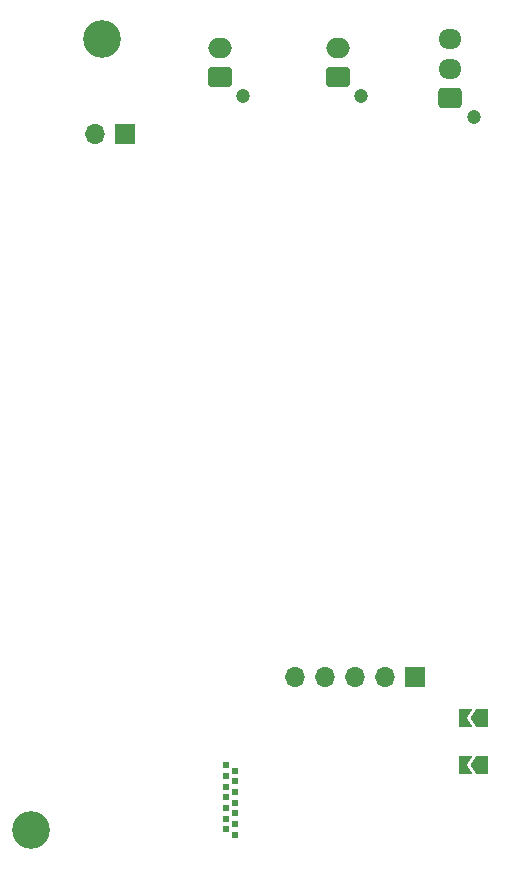
<source format=gbr>
%TF.GenerationSoftware,KiCad,Pcbnew,8.0.8*%
%TF.CreationDate,2025-01-17T17:00:29+08:00*%
%TF.ProjectId,The Button,54686520-4275-4747-946f-6e2e6b696361,rev?*%
%TF.SameCoordinates,Original*%
%TF.FileFunction,Soldermask,Bot*%
%TF.FilePolarity,Negative*%
%FSLAX46Y46*%
G04 Gerber Fmt 4.6, Leading zero omitted, Abs format (unit mm)*
G04 Created by KiCad (PCBNEW 8.0.8) date 2025-01-17 17:00:29*
%MOMM*%
%LPD*%
G01*
G04 APERTURE LIST*
G04 Aperture macros list*
%AMRoundRect*
0 Rectangle with rounded corners*
0 $1 Rounding radius*
0 $2 $3 $4 $5 $6 $7 $8 $9 X,Y pos of 4 corners*
0 Add a 4 corners polygon primitive as box body*
4,1,4,$2,$3,$4,$5,$6,$7,$8,$9,$2,$3,0*
0 Add four circle primitives for the rounded corners*
1,1,$1+$1,$2,$3*
1,1,$1+$1,$4,$5*
1,1,$1+$1,$6,$7*
1,1,$1+$1,$8,$9*
0 Add four rect primitives between the rounded corners*
20,1,$1+$1,$2,$3,$4,$5,0*
20,1,$1+$1,$4,$5,$6,$7,0*
20,1,$1+$1,$6,$7,$8,$9,0*
20,1,$1+$1,$8,$9,$2,$3,0*%
%AMFreePoly0*
4,1,6,1.000000,0.000000,0.500000,-0.750000,-0.500000,-0.750000,-0.500000,0.750000,0.500000,0.750000,1.000000,0.000000,1.000000,0.000000,$1*%
%AMFreePoly1*
4,1,6,0.500000,-0.750000,-0.650000,-0.750000,-0.150000,0.000000,-0.650000,0.750000,0.500000,0.750000,0.500000,-0.750000,0.500000,-0.750000,$1*%
G04 Aperture macros list end*
%ADD10FreePoly0,180.000000*%
%ADD11FreePoly1,180.000000*%
%ADD12C,3.200000*%
%ADD13R,1.700000X1.700000*%
%ADD14O,1.700000X1.700000*%
%ADD15C,1.200000*%
%ADD16RoundRect,0.250000X0.750000X-0.600000X0.750000X0.600000X-0.750000X0.600000X-0.750000X-0.600000X0*%
%ADD17O,2.000000X1.700000*%
%ADD18RoundRect,0.250000X0.725000X-0.600000X0.725000X0.600000X-0.725000X0.600000X-0.725000X-0.600000X0*%
%ADD19O,1.950000X1.700000*%
%ADD20C,0.609600*%
G04 APERTURE END LIST*
D10*
%TO.C,JP2*%
X192225000Y-85000000D03*
D11*
X190775000Y-85000000D03*
%TD*%
%TO.C,JP1*%
X190731908Y-88958646D03*
D10*
X192181908Y-88958646D03*
%TD*%
D12*
%TO.C,H2*%
X160000000Y-27500000D03*
%TD*%
D13*
%TO.C,J7*%
X162000000Y-35500000D03*
D14*
X159460000Y-35500000D03*
%TD*%
%TO.C,J5*%
X176390000Y-81500000D03*
X178930000Y-81500000D03*
X181470000Y-81500000D03*
X184010000Y-81500000D03*
D13*
X186550000Y-81500000D03*
%TD*%
D15*
%TO.C,J1*%
X171975000Y-32350000D03*
D16*
X169975000Y-30750000D03*
D17*
X169975000Y-28250000D03*
%TD*%
D12*
%TO.C,H1*%
X154000000Y-94500000D03*
%TD*%
D15*
%TO.C,J6*%
X191475000Y-34100000D03*
D18*
X189475000Y-32500000D03*
D19*
X189475000Y-30000000D03*
X189475000Y-27500000D03*
%TD*%
D20*
%TO.C,J2*%
X170500000Y-94399999D03*
X170500000Y-93499998D03*
X170500000Y-92600000D03*
X170500000Y-91699999D03*
X170500000Y-90799999D03*
X170500000Y-89900000D03*
X170500000Y-89000000D03*
X171280001Y-89450000D03*
X171280001Y-90350000D03*
X171280001Y-91249999D03*
X171280001Y-92149999D03*
X171280001Y-93050000D03*
X171280001Y-93949998D03*
X171280001Y-94849999D03*
%TD*%
D15*
%TO.C,J4*%
X181975000Y-32350000D03*
D16*
X179975000Y-30750000D03*
D17*
X179975000Y-28250000D03*
%TD*%
M02*

</source>
